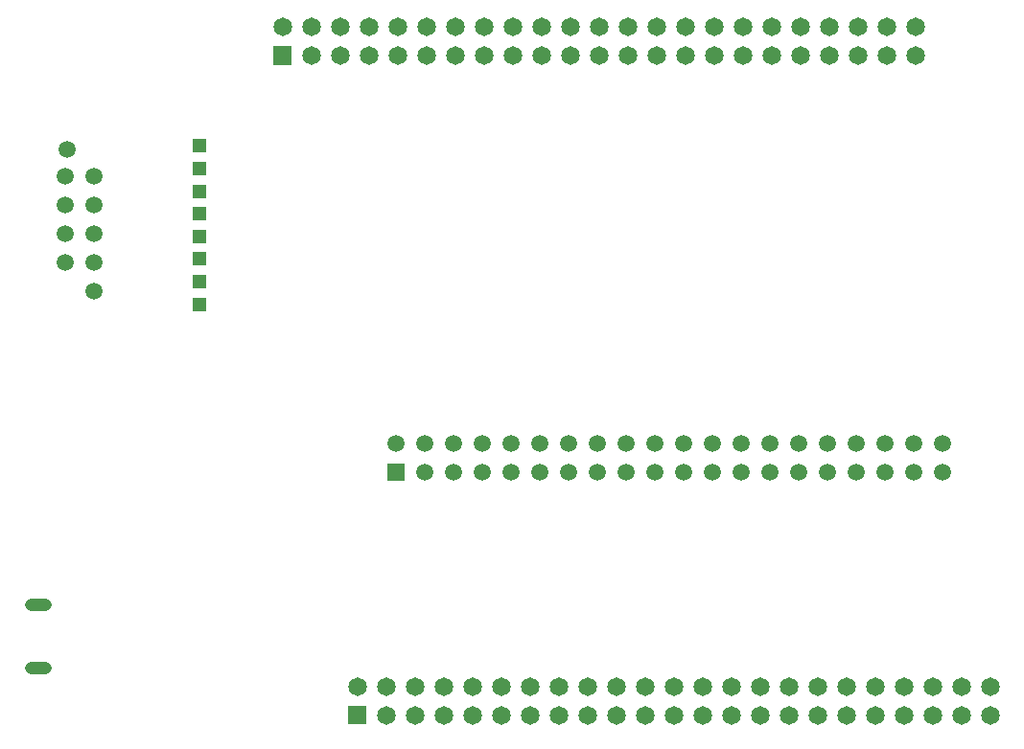
<source format=gbl>
G04 Layer: BottomLayer*
G04 EasyEDA v6.3.43, 2020-05-28T19:53:23--7:00*
G04 7fdf06d367af498c9bd436b09c1433f1,d8a4e85e13c24898b9272ed7a7ead91d,10*
G04 Gerber Generator version 0.2*
G04 Scale: 100 percent, Rotated: No, Reflected: No *
G04 Dimensions in inches *
G04 leading zeros omitted , absolute positions ,2 integer and 4 decimal *
%FSLAX24Y24*%
%MOIN*%
G90*
G70D02*

%ADD17C,0.059000*%
%ADD18R,0.047200X0.047200*%
%ADD20C,0.065000*%
%ADD21R,0.059000X0.059000*%
%ADD22C,0.043307*%

%LPD*%
G54D17*
G01X2100Y21550D03*
G01X3050Y20600D03*
G01X3050Y19600D03*
G01X3050Y18600D03*
G01X2050Y20600D03*
G01X2050Y19600D03*
G01X3050Y17600D03*
G01X2050Y18600D03*
G01X2050Y17600D03*
G01X3050Y16600D03*
G54D18*
G01X6700Y16140D03*
G01X6700Y16930D03*
G01X6700Y17719D03*
G01X6700Y18509D03*
G01X6700Y19290D03*
G01X6700Y20080D03*
G01X6700Y20869D03*
G01X6700Y21659D03*
G36*
G01X11875Y2175D02*
G01X11875Y1525D01*
G01X12525Y1525D01*
G01X12525Y2175D01*
G01X11875Y2175D01*
G37*
G54D20*
G01X12200Y2850D03*
G01X13200Y1850D03*
G01X13200Y2850D03*
G01X14200Y1850D03*
G01X14200Y2850D03*
G01X15200Y1850D03*
G01X15200Y2850D03*
G01X16200Y1850D03*
G01X16200Y2850D03*
G01X17200Y1850D03*
G01X17200Y2850D03*
G01X18200Y1850D03*
G01X18200Y2850D03*
G01X19200Y1850D03*
G01X19200Y2850D03*
G01X20200Y1850D03*
G01X20200Y2850D03*
G01X21200Y1850D03*
G01X21200Y2850D03*
G01X22200Y1850D03*
G01X22200Y2850D03*
G01X23200Y1850D03*
G01X23200Y2850D03*
G01X24200Y1850D03*
G01X24200Y2850D03*
G01X25200Y1850D03*
G01X25200Y2850D03*
G01X26200Y1850D03*
G01X26200Y2850D03*
G01X27200Y1850D03*
G01X27200Y2850D03*
G01X28200Y1850D03*
G01X28200Y2850D03*
G01X29200Y1850D03*
G01X29200Y2850D03*
G01X30200Y1850D03*
G01X30200Y2850D03*
G01X31200Y1850D03*
G01X31200Y2850D03*
G01X32200Y1850D03*
G01X32200Y2850D03*
G01X33200Y1850D03*
G01X33200Y2850D03*
G01X34200Y1850D03*
G01X34200Y2850D03*
G36*
G01X9275Y25125D02*
G01X9275Y24475D01*
G01X9925Y24475D01*
G01X9925Y25125D01*
G01X9275Y25125D01*
G37*
G01X9600Y25800D03*
G01X10600Y24800D03*
G01X10600Y25800D03*
G01X11600Y24800D03*
G01X11600Y25800D03*
G01X12600Y24800D03*
G01X12600Y25800D03*
G01X13600Y24800D03*
G01X13600Y25800D03*
G01X14600Y24800D03*
G01X14600Y25800D03*
G01X15600Y24800D03*
G01X15600Y25800D03*
G01X16600Y24800D03*
G01X16600Y25800D03*
G01X17600Y24800D03*
G01X17600Y25800D03*
G01X18600Y24800D03*
G01X18600Y25800D03*
G01X19600Y24800D03*
G01X19600Y25800D03*
G01X20600Y24800D03*
G01X20600Y25800D03*
G01X21600Y24800D03*
G01X21600Y25800D03*
G01X22600Y24800D03*
G01X22600Y25800D03*
G01X23600Y24800D03*
G01X23600Y25800D03*
G01X24600Y24800D03*
G01X24600Y25800D03*
G01X25600Y24800D03*
G01X25600Y25800D03*
G01X26600Y24800D03*
G01X26600Y25800D03*
G01X27600Y24800D03*
G01X27600Y25800D03*
G01X28600Y24800D03*
G01X28600Y25800D03*
G01X29600Y24800D03*
G01X29600Y25800D03*
G01X30600Y24800D03*
G01X30600Y25800D03*
G01X31600Y24800D03*
G01X31600Y25800D03*
G54D21*
G01X13550Y10300D03*
G54D17*
G01X13550Y11300D03*
G01X14550Y10300D03*
G01X14550Y11300D03*
G01X15550Y10300D03*
G01X15550Y11300D03*
G01X16550Y10300D03*
G01X16550Y11300D03*
G01X17550Y10300D03*
G01X17550Y11300D03*
G01X18550Y10300D03*
G01X18550Y11300D03*
G01X19550Y10300D03*
G01X19550Y11300D03*
G01X20550Y10300D03*
G01X20550Y11300D03*
G01X21550Y10300D03*
G01X21550Y11300D03*
G01X22550Y10300D03*
G01X22550Y11300D03*
G01X23550Y10300D03*
G01X23550Y11300D03*
G01X24550Y10300D03*
G01X24550Y11300D03*
G01X25550Y10300D03*
G01X25550Y11300D03*
G01X26550Y10300D03*
G01X26550Y11300D03*
G01X27550Y10300D03*
G01X27550Y11300D03*
G01X28550Y10300D03*
G01X28550Y11300D03*
G01X29550Y10300D03*
G01X29550Y11300D03*
G01X30550Y10300D03*
G01X30550Y11300D03*
G01X31550Y11300D03*
G01X31550Y10300D03*
G01X32550Y11300D03*
G01X32550Y10300D03*
G54D22*
G01X844Y5712D02*
G01X1356Y5712D01*
G01X844Y3487D02*
G01X1356Y3487D01*
M00*
M02*

</source>
